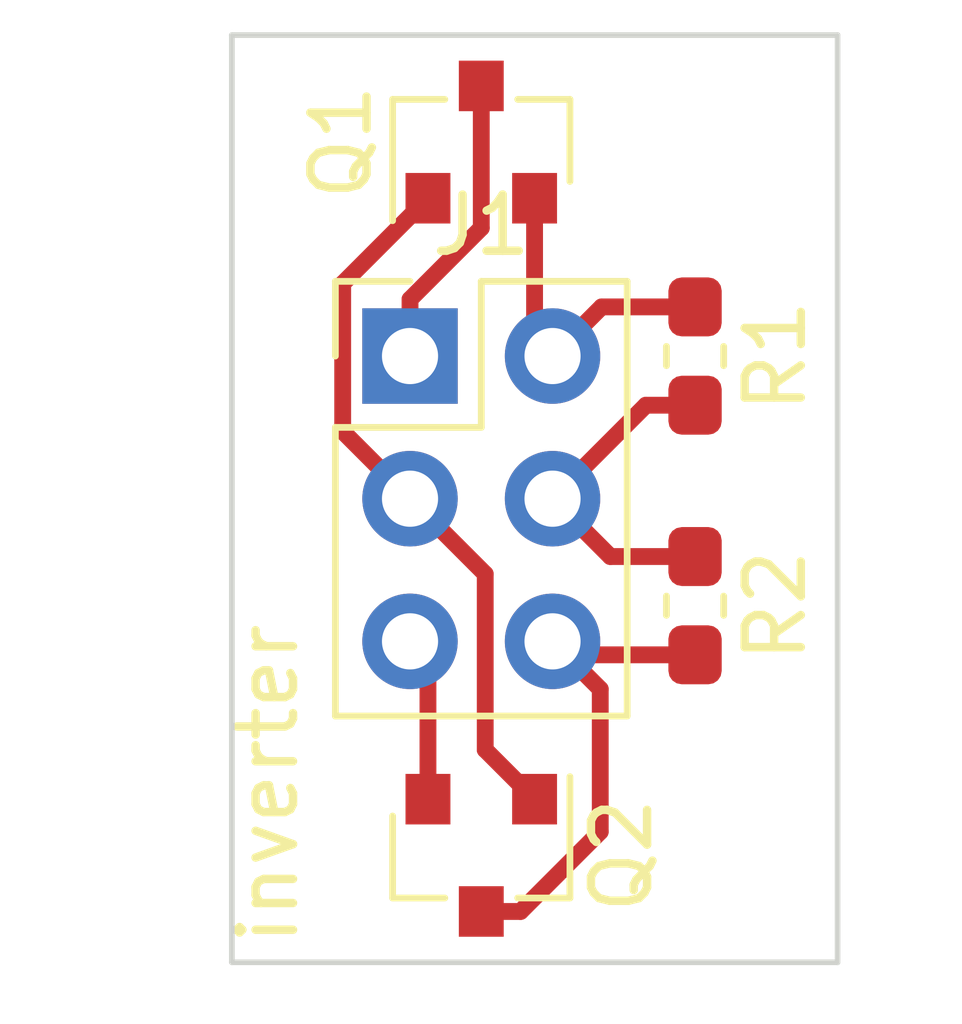
<source format=kicad_pcb>
(kicad_pcb (version 20171130) (host pcbnew 5.1.6)

  (general
    (thickness 1.6)
    (drawings 5)
    (tracks 25)
    (zones 0)
    (modules 5)
    (nets 7)
  )

  (page A4)
  (layers
    (0 F.Cu signal)
    (31 B.Cu signal)
    (32 B.Adhes user)
    (33 F.Adhes user)
    (34 B.Paste user)
    (35 F.Paste user)
    (36 B.SilkS user)
    (37 F.SilkS user)
    (38 B.Mask user)
    (39 F.Mask user)
    (40 Dwgs.User user)
    (41 Cmts.User user)
    (42 Eco1.User user)
    (43 Eco2.User user)
    (44 Edge.Cuts user)
    (45 Margin user)
    (46 B.CrtYd user)
    (47 F.CrtYd user)
    (48 B.Fab user)
    (49 F.Fab user)
  )

  (setup
    (last_trace_width 0.25)
    (user_trace_width 0.3)
    (trace_clearance 0.2)
    (zone_clearance 0.508)
    (zone_45_only no)
    (trace_min 0.2)
    (via_size 0.8)
    (via_drill 0.4)
    (via_min_size 0.4)
    (via_min_drill 0.3)
    (uvia_size 0.3)
    (uvia_drill 0.1)
    (uvias_allowed no)
    (uvia_min_size 0.2)
    (uvia_min_drill 0.1)
    (edge_width 0.05)
    (segment_width 0.2)
    (pcb_text_width 0.3)
    (pcb_text_size 1.5 1.5)
    (mod_edge_width 0.12)
    (mod_text_size 1 1)
    (mod_text_width 0.15)
    (pad_size 1.524 1.524)
    (pad_drill 0.762)
    (pad_to_mask_clearance 0.05)
    (aux_axis_origin 0 0)
    (visible_elements FFFFFF7F)
    (pcbplotparams
      (layerselection 0x010fc_ffffffff)
      (usegerberextensions false)
      (usegerberattributes true)
      (usegerberadvancedattributes true)
      (creategerberjobfile true)
      (excludeedgelayer true)
      (linewidth 0.100000)
      (plotframeref false)
      (viasonmask false)
      (mode 1)
      (useauxorigin false)
      (hpglpennumber 1)
      (hpglpenspeed 20)
      (hpglpendiameter 15.000000)
      (psnegative false)
      (psa4output false)
      (plotreference true)
      (plotvalue true)
      (plotinvisibletext false)
      (padsonsilk false)
      (subtractmaskfromsilk false)
      (outputformat 1)
      (mirror false)
      (drillshape 0)
      (scaleselection 1)
      (outputdirectory ""))
  )

  (net 0 "")
  (net 1 Out)
  (net 2 Vss)
  (net 3 Vdd)
  (net 4 In)
  (net 5 Nti)
  (net 6 Pti)

  (net_class Default "This is the default net class."
    (clearance 0.2)
    (trace_width 0.25)
    (via_dia 0.8)
    (via_drill 0.4)
    (uvia_dia 0.3)
    (uvia_drill 0.1)
    (add_net In)
    (add_net Nti)
    (add_net Out)
    (add_net Pti)
    (add_net Vdd)
    (add_net Vss)
  )

  (module Resistor_SMD:R_0603_1608Metric_Pad1.05x0.95mm_HandSolder (layer F.Cu) (tedit 5B301BBD) (tstamp 5FDEF92C)
    (at 92.075 60.325 270)
    (descr "Resistor SMD 0603 (1608 Metric), square (rectangular) end terminal, IPC_7351 nominal with elongated pad for handsoldering. (Body size source: http://www.tortai-tech.com/upload/download/2011102023233369053.pdf), generated with kicad-footprint-generator")
    (tags "resistor handsolder")
    (path /5FDF40E4)
    (attr smd)
    (fp_text reference R2 (at 0 -1.43 90) (layer F.SilkS)
      (effects (font (size 1 1) (thickness 0.15)))
    )
    (fp_text value 12k (at 0 1.43 90) (layer F.Fab)
      (effects (font (size 1 1) (thickness 0.15)))
    )
    (fp_line (start 1.65 0.73) (end -1.65 0.73) (layer F.CrtYd) (width 0.05))
    (fp_line (start 1.65 -0.73) (end 1.65 0.73) (layer F.CrtYd) (width 0.05))
    (fp_line (start -1.65 -0.73) (end 1.65 -0.73) (layer F.CrtYd) (width 0.05))
    (fp_line (start -1.65 0.73) (end -1.65 -0.73) (layer F.CrtYd) (width 0.05))
    (fp_line (start -0.171267 0.51) (end 0.171267 0.51) (layer F.SilkS) (width 0.12))
    (fp_line (start -0.171267 -0.51) (end 0.171267 -0.51) (layer F.SilkS) (width 0.12))
    (fp_line (start 0.8 0.4) (end -0.8 0.4) (layer F.Fab) (width 0.1))
    (fp_line (start 0.8 -0.4) (end 0.8 0.4) (layer F.Fab) (width 0.1))
    (fp_line (start -0.8 -0.4) (end 0.8 -0.4) (layer F.Fab) (width 0.1))
    (fp_line (start -0.8 0.4) (end -0.8 -0.4) (layer F.Fab) (width 0.1))
    (fp_text user %R (at 0 0 90) (layer F.Fab)
      (effects (font (size 0.4 0.4) (thickness 0.06)))
    )
    (pad 2 smd roundrect (at 0.875 0 270) (size 1.05 0.95) (layers F.Cu F.Paste F.Mask) (roundrect_rratio 0.25)
      (net 5 Nti))
    (pad 1 smd roundrect (at -0.875 0 270) (size 1.05 0.95) (layers F.Cu F.Paste F.Mask) (roundrect_rratio 0.25)
      (net 1 Out))
    (model ${KISYS3DMOD}/Resistor_SMD.3dshapes/R_0603_1608Metric.wrl
      (at (xyz 0 0 0))
      (scale (xyz 1 1 1))
      (rotate (xyz 0 0 0))
    )
  )

  (module Resistor_SMD:R_0603_1608Metric_Pad1.05x0.95mm_HandSolder (layer F.Cu) (tedit 5B301BBD) (tstamp 5FDEF91B)
    (at 92.075 55.88 270)
    (descr "Resistor SMD 0603 (1608 Metric), square (rectangular) end terminal, IPC_7351 nominal with elongated pad for handsoldering. (Body size source: http://www.tortai-tech.com/upload/download/2011102023233369053.pdf), generated with kicad-footprint-generator")
    (tags "resistor handsolder")
    (path /5FDF60C4)
    (attr smd)
    (fp_text reference R1 (at 0 -1.43 90) (layer F.SilkS)
      (effects (font (size 1 1) (thickness 0.15)))
    )
    (fp_text value 12k (at 0 1.43 90) (layer F.Fab)
      (effects (font (size 1 1) (thickness 0.15)))
    )
    (fp_line (start 1.65 0.73) (end -1.65 0.73) (layer F.CrtYd) (width 0.05))
    (fp_line (start 1.65 -0.73) (end 1.65 0.73) (layer F.CrtYd) (width 0.05))
    (fp_line (start -1.65 -0.73) (end 1.65 -0.73) (layer F.CrtYd) (width 0.05))
    (fp_line (start -1.65 0.73) (end -1.65 -0.73) (layer F.CrtYd) (width 0.05))
    (fp_line (start -0.171267 0.51) (end 0.171267 0.51) (layer F.SilkS) (width 0.12))
    (fp_line (start -0.171267 -0.51) (end 0.171267 -0.51) (layer F.SilkS) (width 0.12))
    (fp_line (start 0.8 0.4) (end -0.8 0.4) (layer F.Fab) (width 0.1))
    (fp_line (start 0.8 -0.4) (end 0.8 0.4) (layer F.Fab) (width 0.1))
    (fp_line (start -0.8 -0.4) (end 0.8 -0.4) (layer F.Fab) (width 0.1))
    (fp_line (start -0.8 0.4) (end -0.8 -0.4) (layer F.Fab) (width 0.1))
    (fp_text user %R (at 0 0 90) (layer F.Fab)
      (effects (font (size 0.4 0.4) (thickness 0.06)))
    )
    (pad 2 smd roundrect (at 0.875 0 270) (size 1.05 0.95) (layers F.Cu F.Paste F.Mask) (roundrect_rratio 0.25)
      (net 1 Out))
    (pad 1 smd roundrect (at -0.875 0 270) (size 1.05 0.95) (layers F.Cu F.Paste F.Mask) (roundrect_rratio 0.25)
      (net 6 Pti))
    (model ${KISYS3DMOD}/Resistor_SMD.3dshapes/R_0603_1608Metric.wrl
      (at (xyz 0 0 0))
      (scale (xyz 1 1 1))
      (rotate (xyz 0 0 0))
    )
  )

  (module Package_TO_SOT_SMD:SOT-23 (layer F.Cu) (tedit 5A02FF57) (tstamp 5FDEF90A)
    (at 88.265 64.77 270)
    (descr "SOT-23, Standard")
    (tags SOT-23)
    (path /5FDF139A)
    (attr smd)
    (fp_text reference Q2 (at 0 -2.5 90) (layer F.SilkS)
      (effects (font (size 1 1) (thickness 0.15)))
    )
    (fp_text value 2N7002 (at 0 2.5 90) (layer F.Fab)
      (effects (font (size 1 1) (thickness 0.15)))
    )
    (fp_line (start 0.76 1.58) (end -0.7 1.58) (layer F.SilkS) (width 0.12))
    (fp_line (start 0.76 -1.58) (end -1.4 -1.58) (layer F.SilkS) (width 0.12))
    (fp_line (start -1.7 1.75) (end -1.7 -1.75) (layer F.CrtYd) (width 0.05))
    (fp_line (start 1.7 1.75) (end -1.7 1.75) (layer F.CrtYd) (width 0.05))
    (fp_line (start 1.7 -1.75) (end 1.7 1.75) (layer F.CrtYd) (width 0.05))
    (fp_line (start -1.7 -1.75) (end 1.7 -1.75) (layer F.CrtYd) (width 0.05))
    (fp_line (start 0.76 -1.58) (end 0.76 -0.65) (layer F.SilkS) (width 0.12))
    (fp_line (start 0.76 1.58) (end 0.76 0.65) (layer F.SilkS) (width 0.12))
    (fp_line (start -0.7 1.52) (end 0.7 1.52) (layer F.Fab) (width 0.1))
    (fp_line (start 0.7 -1.52) (end 0.7 1.52) (layer F.Fab) (width 0.1))
    (fp_line (start -0.7 -0.95) (end -0.15 -1.52) (layer F.Fab) (width 0.1))
    (fp_line (start -0.15 -1.52) (end 0.7 -1.52) (layer F.Fab) (width 0.1))
    (fp_line (start -0.7 -0.95) (end -0.7 1.5) (layer F.Fab) (width 0.1))
    (fp_text user %R (at 0 0) (layer F.Fab)
      (effects (font (size 0.5 0.5) (thickness 0.075)))
    )
    (pad 3 smd rect (at 1 0 270) (size 0.9 0.8) (layers F.Cu F.Paste F.Mask)
      (net 5 Nti))
    (pad 2 smd rect (at -1 0.95 270) (size 0.9 0.8) (layers F.Cu F.Paste F.Mask)
      (net 2 Vss))
    (pad 1 smd rect (at -1 -0.95 270) (size 0.9 0.8) (layers F.Cu F.Paste F.Mask)
      (net 4 In))
    (model ${KISYS3DMOD}/Package_TO_SOT_SMD.3dshapes/SOT-23.wrl
      (at (xyz 0 0 0))
      (scale (xyz 1 1 1))
      (rotate (xyz 0 0 0))
    )
  )

  (module Package_TO_SOT_SMD:SOT-23 (layer F.Cu) (tedit 5A02FF57) (tstamp 5FDEF8F5)
    (at 88.265 52.07 90)
    (descr "SOT-23, Standard")
    (tags SOT-23)
    (path /5FDEECCB)
    (attr smd)
    (fp_text reference Q1 (at 0 -2.5 90) (layer F.SilkS)
      (effects (font (size 1 1) (thickness 0.15)))
    )
    (fp_text value BSS84 (at 0 2.5 90) (layer F.Fab)
      (effects (font (size 1 1) (thickness 0.15)))
    )
    (fp_line (start 0.76 1.58) (end -0.7 1.58) (layer F.SilkS) (width 0.12))
    (fp_line (start 0.76 -1.58) (end -1.4 -1.58) (layer F.SilkS) (width 0.12))
    (fp_line (start -1.7 1.75) (end -1.7 -1.75) (layer F.CrtYd) (width 0.05))
    (fp_line (start 1.7 1.75) (end -1.7 1.75) (layer F.CrtYd) (width 0.05))
    (fp_line (start 1.7 -1.75) (end 1.7 1.75) (layer F.CrtYd) (width 0.05))
    (fp_line (start -1.7 -1.75) (end 1.7 -1.75) (layer F.CrtYd) (width 0.05))
    (fp_line (start 0.76 -1.58) (end 0.76 -0.65) (layer F.SilkS) (width 0.12))
    (fp_line (start 0.76 1.58) (end 0.76 0.65) (layer F.SilkS) (width 0.12))
    (fp_line (start -0.7 1.52) (end 0.7 1.52) (layer F.Fab) (width 0.1))
    (fp_line (start 0.7 -1.52) (end 0.7 1.52) (layer F.Fab) (width 0.1))
    (fp_line (start -0.7 -0.95) (end -0.15 -1.52) (layer F.Fab) (width 0.1))
    (fp_line (start -0.15 -1.52) (end 0.7 -1.52) (layer F.Fab) (width 0.1))
    (fp_line (start -0.7 -0.95) (end -0.7 1.5) (layer F.Fab) (width 0.1))
    (fp_text user %R (at 0 0) (layer F.Fab)
      (effects (font (size 0.5 0.5) (thickness 0.075)))
    )
    (pad 3 smd rect (at 1 0 90) (size 0.9 0.8) (layers F.Cu F.Paste F.Mask)
      (net 3 Vdd))
    (pad 2 smd rect (at -1 0.95 90) (size 0.9 0.8) (layers F.Cu F.Paste F.Mask)
      (net 6 Pti))
    (pad 1 smd rect (at -1 -0.95 90) (size 0.9 0.8) (layers F.Cu F.Paste F.Mask)
      (net 4 In))
    (model ${KISYS3DMOD}/Package_TO_SOT_SMD.3dshapes/SOT-23.wrl
      (at (xyz 0 0 0))
      (scale (xyz 1 1 1))
      (rotate (xyz 0 0 0))
    )
  )

  (module Connector_PinHeader_2.54mm:PinHeader_2x03_P2.54mm_Vertical (layer F.Cu) (tedit 59FED5CC) (tstamp 5FDEF8E0)
    (at 86.995 55.88)
    (descr "Through hole straight pin header, 2x03, 2.54mm pitch, double rows")
    (tags "Through hole pin header THT 2x03 2.54mm double row")
    (path /5FDEF5E5)
    (fp_text reference J1 (at 1.27 -2.33) (layer F.SilkS)
      (effects (font (size 1 1) (thickness 0.15)))
    )
    (fp_text value Conn_02x03_Odd_Even (at 1.27 7.41) (layer F.Fab)
      (effects (font (size 1 1) (thickness 0.15)))
    )
    (fp_line (start 4.35 -1.8) (end -1.8 -1.8) (layer F.CrtYd) (width 0.05))
    (fp_line (start 4.35 6.85) (end 4.35 -1.8) (layer F.CrtYd) (width 0.05))
    (fp_line (start -1.8 6.85) (end 4.35 6.85) (layer F.CrtYd) (width 0.05))
    (fp_line (start -1.8 -1.8) (end -1.8 6.85) (layer F.CrtYd) (width 0.05))
    (fp_line (start -1.33 -1.33) (end 0 -1.33) (layer F.SilkS) (width 0.12))
    (fp_line (start -1.33 0) (end -1.33 -1.33) (layer F.SilkS) (width 0.12))
    (fp_line (start 1.27 -1.33) (end 3.87 -1.33) (layer F.SilkS) (width 0.12))
    (fp_line (start 1.27 1.27) (end 1.27 -1.33) (layer F.SilkS) (width 0.12))
    (fp_line (start -1.33 1.27) (end 1.27 1.27) (layer F.SilkS) (width 0.12))
    (fp_line (start 3.87 -1.33) (end 3.87 6.41) (layer F.SilkS) (width 0.12))
    (fp_line (start -1.33 1.27) (end -1.33 6.41) (layer F.SilkS) (width 0.12))
    (fp_line (start -1.33 6.41) (end 3.87 6.41) (layer F.SilkS) (width 0.12))
    (fp_line (start -1.27 0) (end 0 -1.27) (layer F.Fab) (width 0.1))
    (fp_line (start -1.27 6.35) (end -1.27 0) (layer F.Fab) (width 0.1))
    (fp_line (start 3.81 6.35) (end -1.27 6.35) (layer F.Fab) (width 0.1))
    (fp_line (start 3.81 -1.27) (end 3.81 6.35) (layer F.Fab) (width 0.1))
    (fp_line (start 0 -1.27) (end 3.81 -1.27) (layer F.Fab) (width 0.1))
    (fp_text user %R (at 1.27 2.54 90) (layer F.Fab)
      (effects (font (size 1 1) (thickness 0.15)))
    )
    (pad 6 thru_hole oval (at 2.54 5.08) (size 1.7 1.7) (drill 1) (layers *.Cu *.Mask)
      (net 5 Nti))
    (pad 5 thru_hole oval (at 0 5.08) (size 1.7 1.7) (drill 1) (layers *.Cu *.Mask)
      (net 2 Vss))
    (pad 4 thru_hole oval (at 2.54 2.54) (size 1.7 1.7) (drill 1) (layers *.Cu *.Mask)
      (net 1 Out))
    (pad 3 thru_hole oval (at 0 2.54) (size 1.7 1.7) (drill 1) (layers *.Cu *.Mask)
      (net 4 In))
    (pad 2 thru_hole oval (at 2.54 0) (size 1.7 1.7) (drill 1) (layers *.Cu *.Mask)
      (net 6 Pti))
    (pad 1 thru_hole rect (at 0 0) (size 1.7 1.7) (drill 1) (layers *.Cu *.Mask)
      (net 3 Vdd))
    (model ${KISYS3DMOD}/Connector_PinHeader_2.54mm.3dshapes/PinHeader_2x03_P2.54mm_Vertical.wrl
      (at (xyz 0 0 0))
      (scale (xyz 1 1 1))
      (rotate (xyz 0 0 0))
    )
  )

  (gr_line (start 94.615 50.165) (end 94.615 66.675) (layer Edge.Cuts) (width 0.1))
  (gr_line (start 83.82 50.165) (end 94.615 50.165) (layer Edge.Cuts) (width 0.1))
  (gr_line (start 83.82 66.675) (end 83.82 50.165) (layer Edge.Cuts) (width 0.1))
  (gr_line (start 94.615 66.675) (end 83.82 66.675) (layer Edge.Cuts) (width 0.1))
  (gr_text "inverter\n" (at 84.455 63.5 90) (layer F.SilkS)
    (effects (font (size 1 1) (thickness 0.15)))
  )

  (segment (start 91.2 56.755) (end 89.535 58.42) (width 0.3) (layer F.Cu) (net 1))
  (segment (start 92.075 56.755) (end 91.2 56.755) (width 0.3) (layer F.Cu) (net 1))
  (segment (start 90.565 59.45) (end 89.535 58.42) (width 0.3) (layer F.Cu) (net 1))
  (segment (start 92.075 59.45) (end 90.565 59.45) (width 0.3) (layer F.Cu) (net 1))
  (segment (start 87.315 61.28) (end 86.995 60.96) (width 0.3) (layer F.Cu) (net 2))
  (segment (start 87.315 63.77) (end 87.315 61.28) (width 0.3) (layer F.Cu) (net 2))
  (segment (start 86.995 54.870002) (end 86.995 55.88) (width 0.3) (layer F.Cu) (net 3))
  (segment (start 88.265 53.600002) (end 86.995 54.870002) (width 0.3) (layer F.Cu) (net 3))
  (segment (start 88.265 51.07) (end 88.265 53.600002) (width 0.3) (layer F.Cu) (net 3))
  (segment (start 88.334999 59.759999) (end 86.995 58.42) (width 0.3) (layer F.Cu) (net 4))
  (segment (start 88.334999 62.889999) (end 88.334999 59.759999) (width 0.3) (layer F.Cu) (net 4))
  (segment (start 89.215 63.77) (end 88.334999 62.889999) (width 0.3) (layer F.Cu) (net 4))
  (segment (start 85.794999 54.590001) (end 85.794999 57.219999) (width 0.3) (layer F.Cu) (net 4))
  (segment (start 85.794999 57.219999) (end 86.995 58.42) (width 0.3) (layer F.Cu) (net 4))
  (segment (start 87.315 53.07) (end 85.794999 54.590001) (width 0.3) (layer F.Cu) (net 4))
  (segment (start 89.775 61.2) (end 89.535 60.96) (width 0.3) (layer F.Cu) (net 5))
  (segment (start 92.075 61.2) (end 89.775 61.2) (width 0.3) (layer F.Cu) (net 5))
  (segment (start 90.384999 61.809999) (end 89.535 60.96) (width 0.3) (layer F.Cu) (net 5))
  (segment (start 88.965 65.77) (end 90.384999 64.350001) (width 0.3) (layer F.Cu) (net 5))
  (segment (start 90.384999 64.350001) (end 90.384999 61.809999) (width 0.3) (layer F.Cu) (net 5))
  (segment (start 88.265 65.77) (end 88.965 65.77) (width 0.3) (layer F.Cu) (net 5))
  (segment (start 89.215 55.56) (end 89.535 55.88) (width 0.3) (layer F.Cu) (net 6))
  (segment (start 89.215 53.07) (end 89.215 55.56) (width 0.3) (layer F.Cu) (net 6))
  (segment (start 90.41 55.005) (end 89.535 55.88) (width 0.3) (layer F.Cu) (net 6))
  (segment (start 92.075 55.005) (end 90.41 55.005) (width 0.3) (layer F.Cu) (net 6))

)

</source>
